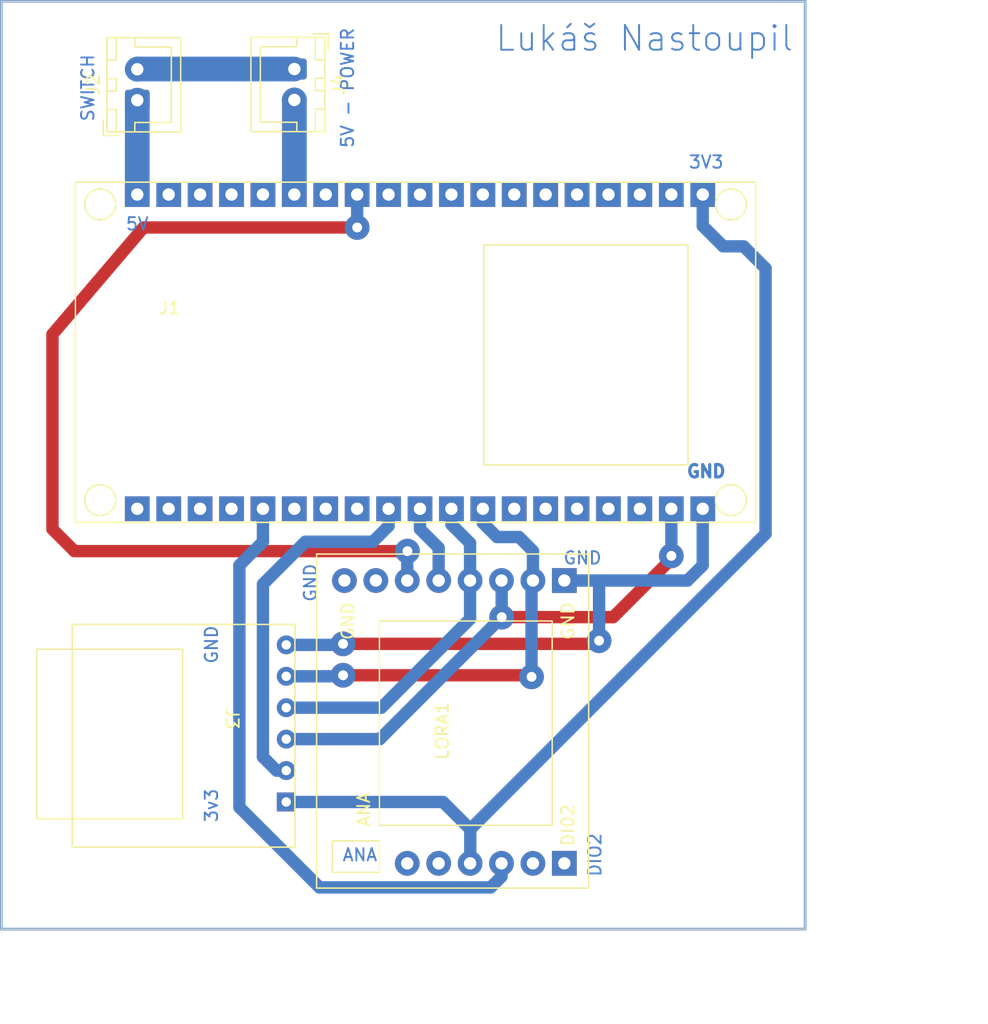
<source format=kicad_pcb>
(kicad_pcb (version 20211014) (generator pcbnew)
  (layers (0 "F.Cu" signal) (31 "B.Cu" signal) (34 "B.Paste" user) (35 "F.Paste" user) (36 "B.SilkS" user "B.Silkscreen") (37 "F.SilkS" user "F.Silkscreen") (38 "B.Mask" user) (39 "F.Mask" user) (44 "Edge.Cuts" user))
  (net 0 "")
  (net 5 "DI00")
  (net 9 "CS")
  (net 10 "NSS")
  (net 11 "SCK")
  (net 12 "MISO")
  (net 13 "GNDD")
  (net 18 "MOSI")
  (net 19 "+3V3")
  (net 30 "RESET")
  (net 35 "CMD")
  (net 36 "Net-(J1-Pad38)")
  (net 37 "Net-(J2-Pad2)")
  (net 38 "DI03")
  (net 39 "DIo4")
  (net 40 "DI01")
  (net 41 "DIo2")
  (net 42 "DI05")
  (footprint "Moje_LIB:SD_Card" (layer "F.Cu") (at 163.743 110.374 -90)
    (fp_text reference "J3" (at 7.62 5.08 -90 unlocked) (layer "F.SilkS"))
    (fp_text value "SD_card")
    (fp_line (start 18 18) (end 0 18) (layer "F.SilkS") (width 0.12))
    (fp_line (start 18 18) (end 18 0) (layer "F.SilkS") (width 0.12))
    (fp_line (start 15.7 9.07) (end 15.7 20.87) (layer "F.SilkS") (width 0.12))
    (fp_line (start 2 9.07) (end 15.7 9.07) (layer "F.SilkS") (width 0.12))
    (fp_line (start 2 9.07) (end 2 20.87) (layer "F.SilkS") (width 0.12))
    (fp_line (start 0 18) (end 0 0) (layer "F.SilkS") (width 0.12))
    (fp_line (start 0 0) (end 18 0) (layer "F.SilkS") (width 0.12))
    (fp_line (start 2 20.87) (end 15.7 20.87) (layer "F.SilkS") (width 0.12))
    (pad "1" thru_hole circle (at 1.65 0.7 270) (size 1.524 1.524) (drill 0.762) (layers *.Cu *.Mask) (net 13 "GNDD"))
    (pad "2" thru_hole circle (at 4.19 0.7 270) (size 1.524 1.524) (drill 0.762) (layers *.Cu *.Mask) (net 12 "MISO"))
    (pad "3" thru_hole circle (at 6.73 0.7 270) (size 1.524 1.524) (drill 0.762) (layers *.Cu *.Mask) (net 11 "SCK"))
    (pad "4" thru_hole circle (at 9.27 0.7 270) (size 1.524 1.524) (drill 0.762) (layers *.Cu *.Mask) (net 18 "MOSI"))
    (pad "5" thru_hole circle (at 11.81 0.7 270) (size 1.524 1.524) (drill 0.762) (layers *.Cu *.Mask) (net 9 "CS"))
    (pad "6" thru_hole rect (at 14.35 0.7 270) (size 1.524 1.524) (drill 0.762) (layers *.Cu *.Mask) (net 19 "+3V3"))
  )
  (footprint "Moje_LIB:ESP_32" (layer "F.Cu") (at 145.998 74.624)
    (fp_text reference "J1" (at 7.62 10.16 unlocked) (layer "F.SilkS"))
    (fp_text value "ESP_32")
    (fp_line (start 55 27.5) (end 0 27.5) (layer "F.SilkS") (width 0.12))
    (fp_line (start 0 27.5) (end 0 0) (layer "F.SilkS") (width 0.12))
    (fp_line (start 55 0) (end 55 27.5) (layer "F.SilkS") (width 0.12))
    (fp_line (start 0 0) (end 55 0) (layer "F.SilkS") (width 0.12))
    (fp_rect (start 33.02 5.08) (end 49.53 22.86) (layer "F.SilkS") (width 0.12) (fill none))
    (fp_circle (center 53 25.7) (end 54.25 25.7) (layer "F.SilkS") (width 0.12) (fill none))
    (fp_circle (center 2 1.8) (end 3.25 1.8) (layer "F.SilkS") (width 0.12) (fill none))
    (fp_circle (center 2 25.7) (end 3.25 25.7) (layer "F.SilkS") (width 0.12) (fill none))
    (fp_circle (center 53 1.8) (end 54.25 1.8) (layer "F.SilkS") (width 0.12) (fill none))
    (pad "1" thru_hole rect (at 5 26.4) (size 2 2) (drill 1) (layers *.Cu *.Mask))
    (pad "2" thru_hole rect (at 7.54 26.4) (size 2 2) (drill 1) (layers *.Cu *.Mask))
    (pad "3" thru_hole rect (at 10.08 26.4) (size 2 2) (drill 1) (layers *.Cu *.Mask))
    (pad "4" thru_hole rect (at 12.62 26.4) (size 2 2) (drill 1) (layers *.Cu *.Mask))
    (pad "5" thru_hole rect (at 15.16 26.4) (size 2 2) (drill 1) (layers *.Cu *.Mask) (net 5 "DI00"))
    (pad "6" thru_hole rect (at 17.7 26.4) (size 2 2) (drill 1) (layers *.Cu *.Mask))
    (pad "7" thru_hole rect (at 20.24 26.4) (size 2 2) (drill 1) (layers *.Cu *.Mask))
    (pad "8" thru_hole rect (at 22.78 26.4) (size 2 2) (drill 1) (layers *.Cu *.Mask))
    (pad "9" thru_hole rect (at 25.32 26.4) (size 2 2) (drill 1) (layers *.Cu *.Mask) (net 9 "CS"))
    (pad "10" thru_hole rect (at 27.86 26.4) (size 2 2) (drill 1) (layers *.Cu *.Mask) (net 10 "NSS"))
    (pad "11" thru_hole rect (at 30.4 26.4) (size 2 2) (drill 1) (layers *.Cu *.Mask) (net 11 "SCK"))
    (pad "12" thru_hole rect (at 32.94 26.4) (size 2 2) (drill 1) (layers *.Cu *.Mask) (net 12 "MISO"))
    (pad "13" thru_hole rect (at 35.48 26.4) (size 2 2) (drill 1) (layers *.Cu *.Mask) (net 13 "GNDD"))
    (pad "14" thru_hole rect (at 38.02 26.4) (size 2 2) (drill 1) (layers *.Cu *.Mask))
    (pad "15" thru_hole rect (at 40.56 26.4) (size 2 2) (drill 1) (layers *.Cu *.Mask))
    (pad "16" thru_hole rect (at 43.1 26.4) (size 2 2) (drill 1) (layers *.Cu *.Mask))
    (pad "17" thru_hole rect (at 45.64 26.4) (size 2 2) (drill 1) (layers *.Cu *.Mask))
    (pad "18" thru_hole rect (at 48.18 26.4) (size 2 2) (drill 1) (layers *.Cu *.Mask) (net 18 "MOSI"))
    (pad "19" thru_hole rect (at 50.72 26.4) (size 2 2) (drill 1) (layers *.Cu *.Mask) (net 13 "GNDD"))
    (pad "20" thru_hole rect (at 50.72 1) (size 2 2) (drill 1) (layers *.Cu *.Mask) (net 19 "+3V3"))
    (pad "21" thru_hole rect (at 48.18 1) (size 2 2) (drill 1) (layers *.Cu *.Mask))
    (pad "22" thru_hole rect (at 45.64 1) (size 2 2) (drill 1) (layers *.Cu *.Mask))
    (pad "23" thru_hole rect (at 43.1 1) (size 2 2) (drill 1) (layers *.Cu *.Mask))
    (pad "24" thru_hole rect (at 40.56 1) (size 2 2) (drill 1) (layers *.Cu *.Mask))
    (pad "25" thru_hole rect (at 38.02 1) (size 2 2) (drill 1) (layers *.Cu *.Mask))
    (pad "26" thru_hole rect (at 35.48 1) (size 2 2) (drill 1) (layers *.Cu *.Mask))
    (pad "27" thru_hole rect (at 32.94 1) (size 2 2) (drill 1) (layers *.Cu *.Mask))
    (pad "28" thru_hole rect (at 30.4 1) (size 2 2) (drill 1) (layers *.Cu *.Mask))
    (pad "29" thru_hole rect (at 27.86 1) (size 2 2) (drill 1) (layers *.Cu *.Mask))
    (pad "30" thru_hole rect (at 25.32 1) (size 2 2) (drill 1) (layers *.Cu *.Mask))
    (pad "31" thru_hole rect (at 22.78 1) (size 2 2) (drill 1) (layers *.Cu *.Mask) (net 30 "RESET"))
    (pad "32" thru_hole rect (at 20.24 1) (size 2 2) (drill 1) (layers *.Cu *.Mask))
    (pad "33" thru_hole rect (at 17.7 1) (size 2 2) (drill 1) (layers *.Cu *.Mask) (net 13 "GNDD"))
    (pad "34" thru_hole rect (at 15.16 1) (size 2 2) (drill 1) (layers *.Cu *.Mask))
    (pad "35" thru_hole rect (at 12.62 1) (size 2 2) (drill 1) (layers *.Cu *.Mask))
    (pad "36" thru_hole rect (at 10.08 1) (size 2 2) (drill 1) (layers *.Cu *.Mask))
    (pad "37" thru_hole rect (at 7.54 1) (size 2 2) (drill 1) (layers *.Cu *.Mask) (net 35 "CMD"))
    (pad "38" thru_hole rect (at 5 1) (size 2 2) (drill 1) (layers *.Cu *.Mask) (net 36 "Net-(J1-Pad38)"))
  )
  (footprint "Moje_LIB:Lora deska" (layer "F.Cu") (at 165.498 131.684 90)
    (fp_text reference "LORA1" (at 12.7 10.16 90 unlocked) (layer "F.SilkS"))
    (fp_text value "LORA")
    (fp_text user "DI02" (at 5.08 20.32 90 unlocked) (layer "F.SilkS"))
    (fp_text user "GND" (at 21.59 20.32 90 unlocked) (layer "F.SilkS"))
    (fp_text user "ANA" (at 6.35 3.81 90 unlocked) (layer "F.SilkS"))
    (fp_text user "GND" (at 21.59 2.54 90 unlocked) (layer "F.SilkS"))
    (fp_line (start 27 0) (end 27 22) (layer "F.SilkS") (width 0.12))
    (fp_line (start 0 22) (end 27 22) (layer "F.SilkS") (width 0.12))
    (fp_line (start 0 0) (end 27 0) (layer "F.SilkS") (width 0.12))
    (fp_line (start 0 0) (end 0 22) (layer "F.SilkS") (width 0.12))
    (fp_rect (start 5.08 5.08) (end 21.59 19.05) (layer "F.SilkS") (width 0.12) (fill none))
    (fp_rect (start 1.27 1.27) (end 3.81 5.08) (layer "F.SilkS") (width 0.12) (fill none))
    (pad "3" thru_hole circle (at 2 7.33 90) (size 2 2) (drill 1) (layers *.Cu *.Mask) (net 38 "DI03"))
    (pad "4" thru_hole circle (at 2 9.87 90) (size 2 2) (drill 1) (layers *.Cu *.Mask) (net 39 "DIo4"))
    (pad "5" thru_hole circle (at 2 12.41 90) (size 2 2) (drill 1) (layers *.Cu *.Mask) (net 19 "+3V3"))
    (pad "6" thru_hole circle (at 2 14.95 90) (size 2 2) (drill 1) (layers *.Cu *.Mask) (net 5 "DI00"))
    (pad "7" thru_hole circle (at 2 17.49 90) (size 2 2) (drill 1) (layers *.Cu *.Mask) (net 40 "DI01"))
    (pad "8" thru_hole rect (at 2 20.03 90) (size 2 2) (drill 1) (layers *.Cu *.Mask) (net 41 "DIo2"))
    (pad "9" thru_hole rect (at 24.86 20.03 90) (size 2 2) (drill 1) (layers *.Cu *.Mask) (net 13 "GNDD"))
    (pad "10" thru_hole circle (at 24.86 17.49 90) (size 2 2) (drill 1) (layers *.Cu *.Mask) (net 12 "MISO"))
    (pad "11" thru_hole circle (at 24.86 14.95 90) (size 2 2) (drill 1) (layers *.Cu *.Mask) (net 18 "MOSI"))
    (pad "12" thru_hole circle (at 24.86 12.41 90) (size 2 2) (drill 1) (layers *.Cu *.Mask) (net 11 "SCK"))
    (pad "13" thru_hole circle (at 24.86 9.87 90) (size 2 2) (drill 1) (layers *.Cu *.Mask) (net 10 "NSS"))
    (pad "14" thru_hole circle (at 24.86 7.33 90) (size 2 2) (drill 1) (layers *.Cu *.Mask) (net 30 "RESET"))
    (pad "15" thru_hole circle (at 24.86 4.79 90) (size 2 2) (drill 1) (layers *.Cu *.Mask) (net 42 "DI05"))
    (pad "16" thru_hole circle (at 24.86 2.25 90) (size 2 2) (drill 1) (layers *.Cu *.Mask) (net 13 "GNDD"))
  )
  (footprint "Connector_JST:JST_XH_B2B-XH-A_1x02_P2.50mm_Vertical" (layer "F.Cu") (at 151 68 90)
    (fp_text reference "J2" (at 1.25 -3.55 90) (layer "F.SilkS"))
    (fp_text value "SWITCH")
    (fp_line (start 3.25 -2.45) (end 3.25 -1.7) (layer "F.SilkS") (width 0.12))
    (fp_line (start -1.8 -0.2) (end -1.8 2.75) (layer "F.SilkS") (width 0.12))
    (fp_line (start 5.06 -2.46) (end -2.56 -2.46) (layer "F.SilkS") (width 0.12))
    (fp_line (start -2.56 3.51) (end 5.06 3.51) (layer "F.SilkS") (width 0.12))
    (fp_line (start 4.3 2.75) (end 1.25 2.75) (layer "F.SilkS") (width 0.12))
    (fp_line (start -0.75 -2.45) (end -2.55 -2.45) (layer "F.SilkS") (width 0.12))
    (fp_line (start 0.75 -2.45) (end 0.75 -1.7) (layer "F.SilkS") (width 0.12))
    (fp_line (start 4.3 -0.2) (end 4.3 2.75) (layer "F.SilkS") (width 0.12))
    (fp_line (start 3.25 -1.7) (end 5.05 -1.7) (layer "F.SilkS") (width 0.12))
    (fp_line (start -2.85 -2.75) (end -2.85 -1.5) (layer "F.SilkS") (width 0.12))
    (fp_line (start 0.75 -1.7) (end 1.75 -1.7) (layer "F.SilkS") (width 0.12))
    (fp_line (start -2.55 -0.2) (end -1.8 -0.2) (layer "F.SilkS") (width 0.12))
    (fp_line (start -1.8 2.75) (end 1.25 2.75) (layer "F.SilkS") (width 0.12))
    (fp_line (start -2.56 -2.46) (end -2.56 3.51) (layer "F.SilkS") (width 0.12))
    (fp_line (start -2.55 -1.7) (end -0.75 -1.7) (layer "F.SilkS") (width 0.12))
    (fp_line (start 1.75 -1.7) (end 1.75 -2.45) (layer "F.SilkS") (width 0.12))
    (fp_line (start 5.05 -1.7) (end 5.05 -2.45) (layer "F.SilkS") (width 0.12))
    (fp_line (start 1.75 -2.45) (end 0.75 -2.45) (layer "F.SilkS") (width 0.12))
    (fp_line (start -0.75 -1.7) (end -0.75 -2.45) (layer "F.SilkS") (width 0.12))
    (fp_line (start 5.05 -0.2) (end 4.3 -0.2) (layer "F.SilkS") (width 0.12))
    (fp_line (start -1.6 -2.75) (end -2.85 -2.75) (layer "F.SilkS") (width 0.12))
    (fp_line (start 5.05 -2.45) (end 3.25 -2.45) (layer "F.SilkS") (width 0.12))
    (fp_line (start -2.55 -2.45) (end -2.55 -1.7) (layer "F.SilkS") (width 0.12))
    (fp_line (start 5.06 3.51) (end 5.06 -2.46) (layer "F.SilkS") (width 0.12))
    (pad "1" thru_hole roundrect (at 0 0 90) (size 1.7 2) (drill 1) (layers *.Cu *.Mask) (roundrect_rratio 0.147059) (net 36 "Net-(J1-Pad38)"))
    (pad "2" thru_hole oval (at 2.5 0 90) (size 1.7 2) (drill 1) (layers *.Cu *.Mask) (net 37 "Net-(J2-Pad2)"))
  )
  (footprint "Connector_JST:JST_XH_B2B-XH-A_1x02_P2.50mm_Vertical" (layer "F.Cu") (at 163.7 65.48 -90)
    (fp_text reference "J4" (at 1.25 -3.55 90) (layer "F.SilkS"))
    (fp_text value "POWER")
    (fp_line (start 1.75 -1.7) (end 1.75 -2.45) (layer "F.SilkS") (width 0.12))
    (fp_line (start -2.56 -2.46) (end -2.56 3.51) (layer "F.SilkS") (width 0.12))
    (fp_line (start 5.05 -1.7) (end 5.05 -2.45) (layer "F.SilkS") (width 0.12))
    (fp_line (start 5.05 -2.45) (end 3.25 -2.45) (layer "F.SilkS") (width 0.12))
    (fp_line (start -2.56 3.51) (end 5.06 3.51) (layer "F.SilkS") (width 0.12))
    (fp_line (start -2.55 -0.2) (end -1.8 -0.2) (layer "F.SilkS") (width 0.12))
    (fp_line (start -0.75 -1.7) (end -0.75 -2.45) (layer "F.SilkS") (width 0.12))
    (fp_line (start 5.05 -0.2) (end 4.3 -0.2) (layer "F.SilkS") (width 0.12))
    (fp_line (start 1.75 -2.45) (end 0.75 -2.45) (layer "F.SilkS") (width 0.12))
    (fp_line (start 3.25 -1.7) (end 5.05 -1.7) (layer "F.SilkS") (width 0.12))
    (fp_line (start 0.75 -2.45) (end 0.75 -1.7) (layer "F.SilkS") (width 0.12))
    (fp_line (start 5.06 -2.46) (end -2.56 -2.46) (layer "F.SilkS") (width 0.12))
    (fp_line (start 4.3 -0.2) (end 4.3 2.75) (layer "F.SilkS") (width 0.12))
    (fp_line (start -1.6 -2.75) (end -2.85 -2.75) (layer "F.SilkS") (width 0.12))
    (fp_line (start -2.85 -2.75) (end -2.85 -1.5) (layer "F.SilkS") (width 0.12))
    (fp_line (start -1.8 -0.2) (end -1.8 2.75) (layer "F.SilkS") (width 0.12))
    (fp_line (start 0.75 -1.7) (end 1.75 -1.7) (layer "F.SilkS") (width 0.12))
    (fp_line (start -2.55 -1.7) (end -0.75 -1.7) (layer "F.SilkS") (width 0.12))
    (fp_line (start 4.3 2.75) (end 1.25 2.75) (layer "F.SilkS") (width 0.12))
    (fp_line (start -1.8 2.75) (end 1.25 2.75) (layer "F.SilkS") (width 0.12))
    (fp_line (start 5.06 3.51) (end 5.06 -2.46) (layer "F.SilkS") (width 0.12))
    (fp_line (start -2.55 -2.45) (end -2.55 -1.7) (layer "F.SilkS") (width 0.12))
    (fp_line (start -0.75 -2.45) (end -2.55 -2.45) (layer "F.SilkS") (width 0.12))
    (fp_line (start 3.25 -2.45) (end 3.25 -1.7) (layer "F.SilkS") (width 0.12))
    (pad "1" thru_hole roundrect (at 0 0 270) (size 1.7 2) (drill 1) (layers *.Cu *.Mask) (roundrect_rratio 0.147059) (net 37 "Net-(J2-Pad2)"))
    (pad "2" thru_hole oval (at 2.5 0 270) (size 1.7 2) (drill 1) (layers *.Cu *.Mask) (net 13 "GNDD"))
  )
  (gr_line (start 205 135) (end 205 60) (layer "B.Cu") (width 0.2))
  (gr_line (start 205 60) (end 140 60) (layer "B.Cu") (width 0.2))
  (gr_line (start 140 135) (end 205 135) (layer "B.Cu") (width 0.2))
  (gr_line (start 140 60) (end 140 135) (layer "B.Cu") (width 0.2))
  (gr_line (start 205 135) (end 140 135) (layer "Edge.Cuts") (width 0.1))
  (gr_line (start 205 60) (end 205 135) (layer "Edge.Cuts") (width 0.1))
  (gr_line (start 140 135) (end 140 60) (layer "Edge.Cuts") (width 0.1))
  (gr_line (start 140 60) (end 205 60) (layer "Edge.Cuts") (width 0.1))
  (gr_text "GND" (at 197 98) (layer "B.Cu") (effects (font (size 1 1) (thickness 0.25))))
  (gr_text "GND" (at 187 105) (layer "B.Cu") (effects (font (size 1 1))))
  (gr_text "Lukáš Nastoupil" (at 192 63) (layer "B.Cu") (effects (font (size 2 2))))
  (gr_text "3v3" (at 157 125 90) (layer "B.Cu") (effects (font (size 1 1))))
  (gr_text "GND" (at 165 107 90) (layer "B.Cu") (effects (font (size 1 1))))
  (gr_text "3V3" (at 197 73) (layer "B.Cu") (effects (font (size 1 1))))
  (gr_text "GND" (at 157 112 90) (layer "B.Cu") (effects (font (size 1 1))))
  (gr_text "DIO2" (at 188 129 90) (layer "B.Cu") (effects (font (size 1 1))))
  (gr_text "5V" (at 151 78) (layer "B.Cu") (effects (font (size 1 1))))
  (gr_text "5V - POWER" (at 168 67 90) (layer "B.Cu") (effects (font (size 1 1))))
  (gr_text "SWITCH" (at 147 67 90) (layer "B.Cu") (effects (font (size 1 1))))
  (gr_text "ANA" (at 169 129) (layer "B.Cu") (effects (font (size 1 1))))
  (segment (start 159.255 125.15) (end 159.255 105.592) (width 1) (layer "B.Cu") (net 5))
  (segment (start 161.16 103.687) (end 161.16 101.026) (width 1) (layer "B.Cu") (net 5))
  (segment (start 165.732 131.627) (end 159.255 125.15) (width 1) (layer "B.Cu") (net 5))
  (segment (start 180.448 130.754) (end 179.575 131.627) (width 1) (layer "B.Cu") (net 5))
  (segment (start 180.448 129.684) (end 180.448 130.754) (width 1) (layer "B.Cu") (net 5))
  (segment (start 179.575 131.627) (end 165.732 131.627) (width 1) (layer "B.Cu") (net 5))
  (segment (start 159.255 105.592) (end 161.16 103.687) (width 1) (layer "B.Cu") (net 5))
  (segment (start 161.16 101.026) (end 161.158 101.024) (width 1) (layer "B.Cu") (net 5))
  (segment (start 170.05 103.687) (end 171.318 102.419) (width 1) (layer "B.Cu") (net 9))
  (segment (start 163.043 122.184) (end 162.258 122.184) (width 1) (layer "B.Cu") (net 9))
  (segment (start 164.589 103.687) (end 170.05 103.687) (width 1) (layer "B.Cu") (net 9))
  (segment (start 162.258 122.184) (end 161.16 121.086) (width 1) (layer "B.Cu") (net 9))
  (segment (start 161.16 121.086) (end 161.16 107.116) (width 1) (layer "B.Cu") (net 9))
  (segment (start 171.318 102.419) (end 171.318 101.024) (width 1) (layer "B.Cu") (net 9))
  (segment (start 161.16 107.116) (end 164.589 103.687) (width 1) (layer "B.Cu") (net 9))
  (segment (start 175.368 104.179) (end 175.368 106.824) (width 1) (layer "B.Cu") (net 10))
  (segment (start 173.858 102.669) (end 175.368 104.179) (width 1) (layer "B.Cu") (net 10))
  (segment (start 173.858 101.024) (end 173.858 102.669) (width 1) (layer "B.Cu") (net 10))
  (segment (start 177.908 109.926) (end 177.908 106.824) (width 1) (layer "B.Cu") (net 11))
  (segment (start 170.73 117.104) (end 177.908 109.926) (width 1) (layer "B.Cu") (net 11))
  (segment (start 177.908 103.798) (end 177.908 106.824) (width 1) (layer "B.Cu") (net 11))
  (segment (start 163.043 117.104) (end 170.73 117.104) (width 1) (layer "B.Cu") (net 11))
  (segment (start 176.398 101.024) (end 176.398 102.288) (width 1) (layer "B.Cu") (net 11))
  (segment (start 176.398 102.288) (end 177.908 103.798) (width 1) (layer "B.Cu") (net 11))
  (segment (start 167.637 114.482) (end 182.75 114.482) (width 1) (layer "F.Cu") (net 12))
  (segment (start 182.75 114.482) (end 182.877 114.609) (width 1) (layer "F.Cu") (net 12))
  (via (at 182.877 114.609) (size 2) (drill 0.8) (layers "F.Cu" "B.Cu") (net 12))
  (via (at 167.637 114.482) (size 2) (drill 0.8) (layers "F.Cu" "B.Cu") (net 12))
  (segment (start 178.938 102.161) (end 180.083 103.306) (width 1) (layer "B.Cu") (net 12))
  (segment (start 182.877 114.609) (end 182.877 106.935) (width 1) (layer "B.Cu") (net 12))
  (segment (start 180.083 103.306) (end 181.861 103.306) (width 1) (layer "B.Cu") (net 12))
  (segment (start 178.938 101.024) (end 178.938 102.161) (width 1) (layer "B.Cu") (net 12))
  (segment (start 163.043 114.564) (end 167.555 114.564) (width 1) (layer "B.Cu") (net 12))
  (segment (start 167.555 114.564) (end 167.637 114.482) (width 1) (layer "B.Cu") (net 12))
  (segment (start 181.861 103.306) (end 182.988 104.433) (width 1) (layer "B.Cu") (net 12))
  (segment (start 182.877 106.935) (end 182.988 106.824) (width 1) (layer "B.Cu") (net 12))
  (segment (start 182.988 104.433) (end 182.988 106.824) (width 1) (layer "B.Cu") (net 12))
  (segment (start 188.084 111.942) (end 188.338 111.688) (width 1) (layer "F.Cu") (net 13))
  (segment (start 167.637 111.942) (end 188.084 111.942) (width 1) (layer "F.Cu") (net 13))
  (via (at 188.338 111.688) (size 2) (drill 0.8) (layers "F.Cu" "B.Cu") (net 13))
  (via (at 167.637 111.942) (size 2) (drill 0.8) (layers "F.Cu" "B.Cu") (net 13))
  (segment (start 188.376 106.824) (end 185.528 106.824) (width 1) (layer "B.Cu") (net 13))
  (segment (start 188.338 106.862) (end 188.338 111.688) (width 1) (layer "B.Cu") (net 13))
  (segment (start 188.376 106.824) (end 188.338 106.862) (width 1) (layer "B.Cu") (net 13))
  (segment (start 195.488 106.824) (end 188.376 106.824) (width 1) (layer "B.Cu") (net 13))
  (segment (start 167.555 112.024) (end 167.637 111.942) (width 1) (layer "B.Cu") (net 13))
  (segment (start 163.698 67.982) (end 163.7 67.98) (width 2) (layer "B.Cu") (net 13))
  (segment (start 163.043 112.024) (end 167.555 112.024) (width 1) (layer "B.Cu") (net 13))
  (segment (start 196.718 105.594) (end 195.488 106.824) (width 1) (layer "B.Cu") (net 13))
  (segment (start 196.718 101.024) (end 196.718 105.594) (width 1) (layer "B.Cu") (net 13))
  (segment (start 163.698 75.624) (end 163.698 67.982) (width 2) (layer "B.Cu") (net 13))
  (segment (start 167.764 106.84) (end 167.748 106.824) (width 1) (layer "B.Cu") (net 13))
  (segment (start 180.464 109.783) (end 189.481 109.783) (width 1) (layer "F.Cu") (net 18))
  (segment (start 189.481 109.783) (end 189.735 109.529) (width 1) (layer "F.Cu") (net 18))
  (segment (start 189.735 109.529) (end 194.18 105.084) (width 1) (layer "F.Cu") (net 18))
  (segment (start 194.18 105.084) (end 194.18 104.83) (width 1) (layer "F.Cu") (net 18))
  (via (at 180.464 109.783) (size 2) (drill 0.8) (layers "F.Cu" "B.Cu") (net 18))
  (via (at 194.18 104.83) (size 2) (drill 0.8) (layers "F.Cu" "B.Cu") (net 18))
  (segment (start 163.043 119.644) (end 170.603 119.644) (width 1) (layer "B.Cu") (net 18))
  (segment (start 180.464 109.783) (end 180.464 106.84) (width 1) (layer "B.Cu") (net 18))
  (segment (start 170.603 119.644) (end 180.464 109.783) (width 1) (layer "B.Cu") (net 18))
  (segment (start 180.464 106.84) (end 180.448 106.824) (width 1) (layer "B.Cu") (net 18))
  (segment (start 194.18 104.83) (end 194.18 101.026) (width 1) (layer "B.Cu") (net 18))
  (segment (start 194.18 101.026) (end 194.178 101.024) (width 1) (layer "B.Cu") (net 18))
  (segment (start 177.924 129.668) (end 177.908 129.684) (width 1) (layer "B.Cu") (net 19))
  (segment (start 200.022 79.811) (end 198.371 79.811) (width 1) (layer "B.Cu") (net 19))
  (segment (start 177.924 126.928) (end 201.8 103.052) (width 1) (layer "B.Cu") (net 19))
  (segment (start 201.8 81.589) (end 200.022 79.811) (width 1) (layer "B.Cu") (net 19))
  (segment (start 177.924 126.928) (end 177.924 129.668) (width 1) (layer "B.Cu") (net 19))
  (segment (start 175.72 124.724) (end 177.924 126.928) (width 1) (layer "B.Cu") (net 19))
  (segment (start 201.8 103.052) (end 201.8 81.589) (width 1) (layer "B.Cu") (net 19))
  (segment (start 163.043 124.724) (end 175.72 124.724) (width 1) (layer "B.Cu") (net 19))
  (segment (start 198.371 79.811) (end 196.718 78.158) (width 1) (layer "B.Cu") (net 19))
  (segment (start 196.718 78.158) (end 196.718 75.624) (width 1) (layer "B.Cu") (net 19))
  (segment (start 168.78 78.287) (end 151.508 78.287) (width 1) (layer "F.Cu") (net 30))
  (segment (start 144.142 102.671) (end 145.92 104.449) (width 1) (layer "F.Cu") (net 30))
  (segment (start 151.508 78.287) (end 144.142 86.923) (width 1) (layer "F.Cu") (net 30))
  (segment (start 145.92 104.449) (end 172.844 104.449) (width 1) (layer "F.Cu") (net 30))
  (segment (start 144.142 86.923) (end 144.142 102.671) (width 1) (layer "F.Cu") (net 30))
  (via (at 172.844 104.449) (size 2) (drill 0.8) (layers "F.Cu" "B.Cu") (net 30))
  (via (at 168.78 78.287) (size 2) (drill 0.8) (layers "F.Cu" "B.Cu") (net 30))
  (segment (start 172.828 106.824) (end 172.828 104.465) (width 1) (layer "B.Cu") (net 30))
  (segment (start 168.78 75.626) (end 168.778 75.624) (width 1) (layer "B.Cu") (net 30))
  (segment (start 172.828 104.465) (end 172.844 104.449) (width 1) (layer "B.Cu") (net 30))
  (segment (start 168.78 78.287) (end 168.78 75.626) (width 1) (layer "B.Cu") (net 30))
  (segment (start 150.998 68.002) (end 151 68) (width 2) (layer "B.Cu") (net 36))
  (segment (start 150.998 75.624) (end 150.998 68.002) (width 2) (layer "B.Cu") (net 36))
  (segment (start 163.7 65.48) (end 151.02 65.48) (width 2) (layer "B.Cu") (net 37))
  (segment (start 151.02 65.48) (end 151 65.5) (width 2) (layer "B.Cu") (net 37))
)
</source>
